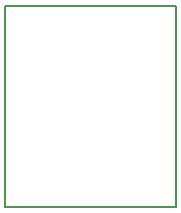
<source format=gbr>
G04 #@! TF.GenerationSoftware,KiCad,Pcbnew,5.0.2+dfsg1-1*
G04 #@! TF.CreationDate,2019-11-13T21:35:25-05:00*
G04 #@! TF.ProjectId,pms7003-conn,706d7337-3030-4332-9d63-6f6e6e2e6b69,rev?*
G04 #@! TF.SameCoordinates,Original*
G04 #@! TF.FileFunction,Profile,NP*
%FSLAX46Y46*%
G04 Gerber Fmt 4.6, Leading zero omitted, Abs format (unit mm)*
G04 Created by KiCad (PCBNEW 5.0.2+dfsg1-1) date Wed 13 Nov 2019 09:35:25 PM EST*
%MOMM*%
%LPD*%
G01*
G04 APERTURE LIST*
%ADD10C,0.150000*%
G04 APERTURE END LIST*
D10*
X143800000Y-55940000D02*
X143780000Y-55940000D01*
X158230000Y-55940000D02*
X143800000Y-55940000D01*
X158230000Y-38910000D02*
X158230000Y-55940000D01*
X143790000Y-38910000D02*
X158230000Y-38910000D01*
X143790000Y-55940000D02*
X143790000Y-38910000D01*
M02*

</source>
